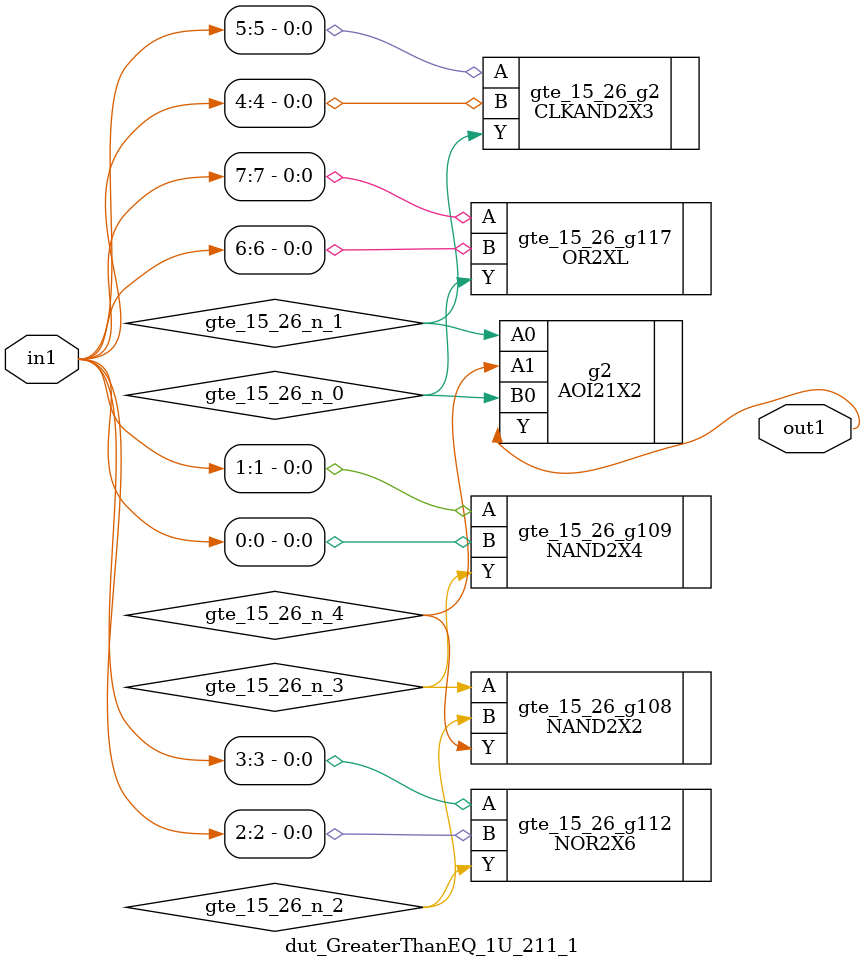
<source format=v>
`timescale 1ps / 1ps


module dut_GreaterThanEQ_1U_211_1(in1, out1);
  input [7:0] in1;
  output out1;
  wire [7:0] in1;
  wire out1;
  wire gte_15_26_n_0, gte_15_26_n_1, gte_15_26_n_2, gte_15_26_n_3,
       gte_15_26_n_4;
  NAND2X2 gte_15_26_g108(.A (gte_15_26_n_3), .B (gte_15_26_n_2), .Y
       (gte_15_26_n_4));
  NAND2X4 gte_15_26_g109(.A (in1[1]), .B (in1[0]), .Y (gte_15_26_n_3));
  NOR2X6 gte_15_26_g112(.A (in1[3]), .B (in1[2]), .Y (gte_15_26_n_2));
  CLKAND2X3 gte_15_26_g2(.A (in1[5]), .B (in1[4]), .Y (gte_15_26_n_1));
  OR2XL gte_15_26_g117(.A (in1[7]), .B (in1[6]), .Y (gte_15_26_n_0));
  AOI21X2 g2(.A0 (gte_15_26_n_1), .A1 (gte_15_26_n_4), .B0
       (gte_15_26_n_0), .Y (out1));
endmodule



</source>
